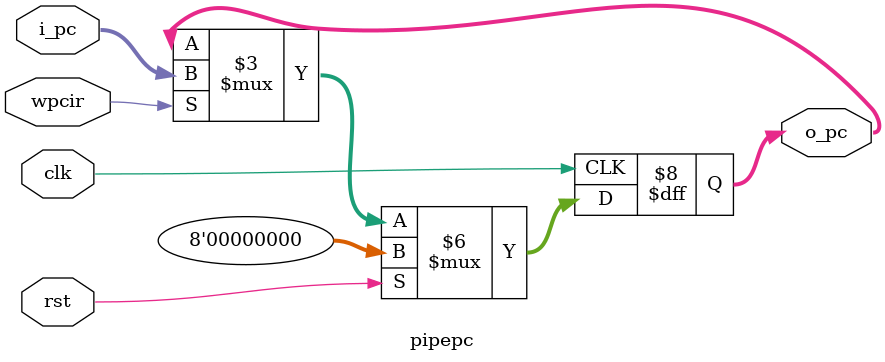
<source format=v>
`timescale 1ns / 1ps
module pipepc(i_pc,wpcir,clk,rst,o_pc);
  input wire wpcir,clk, rst;
  input wire [7:0] i_pc;
  output reg [7:0] o_pc;
  always @(posedge clk) begin
  if (rst) o_pc <= 0; 
//if reset signal is given, turn to the first instruction
  else begin 
	if(wpcir) o_pc <= i_pc;  else o_pc<=o_pc;
	end
//PC count change (how to change is determined by i_pc)
  end
endmodule


</source>
